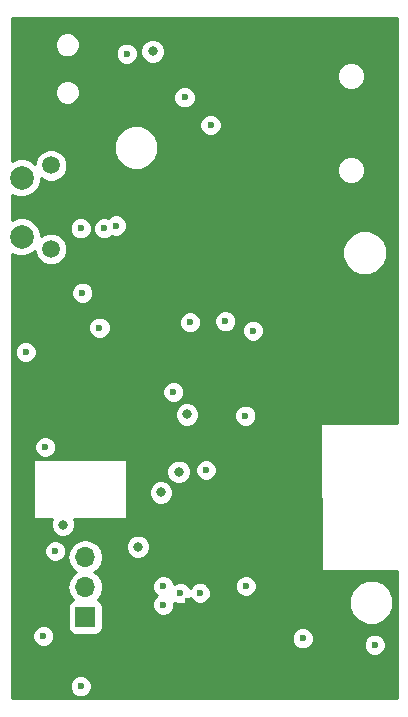
<source format=gbr>
G04 #@! TF.GenerationSoftware,KiCad,Pcbnew,(5.0.1)-rc2*
G04 #@! TF.CreationDate,2019-10-07T13:01:37-07:00*
G04 #@! TF.ProjectId,GPSLogger,4750534C6F676765722E6B696361645F,rev?*
G04 #@! TF.SameCoordinates,Original*
G04 #@! TF.FileFunction,Copper,L3,Inr,Signal*
G04 #@! TF.FilePolarity,Positive*
%FSLAX46Y46*%
G04 Gerber Fmt 4.6, Leading zero omitted, Abs format (unit mm)*
G04 Created by KiCad (PCBNEW (5.0.1)-rc2) date 10/7/2019 1:01:37 PM*
%MOMM*%
%LPD*%
G01*
G04 APERTURE LIST*
G04 #@! TA.AperFunction,ViaPad*
%ADD10C,2.000000*%
G04 #@! TD*
G04 #@! TA.AperFunction,WasherPad*
%ADD11C,1.500000*%
G04 #@! TD*
G04 #@! TA.AperFunction,ViaPad*
%ADD12R,1.700000X1.700000*%
G04 #@! TD*
G04 #@! TA.AperFunction,ViaPad*
%ADD13O,1.700000X1.700000*%
G04 #@! TD*
G04 #@! TA.AperFunction,ViaPad*
%ADD14C,0.600000*%
G04 #@! TD*
G04 #@! TA.AperFunction,ViaPad*
%ADD15C,0.800000*%
G04 #@! TD*
G04 #@! TA.AperFunction,Conductor*
%ADD16C,0.254000*%
G04 #@! TD*
G04 APERTURE END LIST*
D10*
G04 #@! TO.N,Fun_Btn_1_P23*
G04 #@! TO.C,J5*
X132500000Y-77200000D03*
G04 #@! TO.N,Vdd*
X132500000Y-82200000D03*
D11*
G04 #@! TO.N,*
X135000000Y-76160000D03*
X135000000Y-83240000D03*
G04 #@! TD*
D12*
G04 #@! TO.N,Net-(SW1-Pad1)*
G04 #@! TO.C,SW1*
X137900000Y-114400000D03*
D13*
G04 #@! TO.N,/BatteryManagement/Batt+*
X137900000Y-111860000D03*
G04 #@! TO.N,/BatteryManagement/BattInt*
X137900000Y-109320000D03*
G04 #@! TD*
D14*
G04 #@! TO.N,BattRtn*
X145750000Y-103500000D03*
X147000000Y-101750000D03*
X149098000Y-93218000D03*
X147750000Y-91750000D03*
X150750000Y-91750000D03*
X147500000Y-95000000D03*
X150500000Y-95000000D03*
X150750000Y-93250000D03*
X147750000Y-93250000D03*
X149250000Y-91750000D03*
X149000000Y-95000000D03*
X148500000Y-75000000D03*
X147250000Y-66250000D03*
X139500000Y-69500000D03*
X144250000Y-84250000D03*
X141000000Y-100000000D03*
X140750000Y-98000000D03*
X158750000Y-91500000D03*
X154200000Y-95400000D03*
X159600000Y-95800000D03*
X146600000Y-113000000D03*
X145400000Y-106700000D03*
X150800000Y-116300000D03*
X139632765Y-117117235D03*
X145749999Y-98400000D03*
X135100000Y-95900000D03*
X152550000Y-104300000D03*
X152550000Y-100050000D03*
X132500000Y-107000000D03*
D15*
G04 #@! TO.N,BattPwr*
X144300000Y-103850000D03*
X142350000Y-108450000D03*
D14*
G04 #@! TO.N,Fun_Btn_1_P23*
X145350000Y-95350000D03*
X140500000Y-81250000D03*
G04 #@! TO.N,/BatteryManagement/NTC*
X141400000Y-66700000D03*
X146300000Y-70400000D03*
D15*
G04 #@! TO.N,Vdd*
X145804000Y-102108000D03*
X146500000Y-97250000D03*
D14*
X148500000Y-72750000D03*
X137500000Y-120252402D03*
X148115125Y-101943325D03*
X147600000Y-112350000D03*
X132850000Y-91950000D03*
X137650000Y-86950000D03*
X156300000Y-116200000D03*
X146766600Y-89450000D03*
X152100000Y-90150000D03*
X151450000Y-97350000D03*
X134500000Y-100000000D03*
G04 #@! TO.N,Net-(C16-Pad1)*
X134350000Y-116000000D03*
G04 #@! TO.N,LED1_P2*
X135350000Y-108800000D03*
X149750000Y-89350000D03*
X137500000Y-81500000D03*
X139500000Y-81500000D03*
G04 #@! TO.N,ALRT*
X139100000Y-89895400D03*
X144500000Y-111800000D03*
G04 #@! TO.N,Net-(C16-Pad2)*
X162400000Y-116750000D03*
G04 #@! TO.N,/EINK/VDD*
X145950000Y-112400000D03*
G04 #@! TO.N,/EINK/PREVGH*
X151487601Y-111762399D03*
X144500000Y-113350000D03*
D15*
G04 #@! TO.N,/BatteryManagement/Batt+*
X143600000Y-66500000D03*
X136000000Y-106600000D03*
G04 #@! TD*
D16*
G04 #@! TO.N,BattRtn*
G36*
X164290001Y-97951060D02*
X157900000Y-97951060D01*
X157850447Y-97961126D01*
X157809470Y-97988990D01*
X157782276Y-98030415D01*
X157773004Y-98079092D01*
X157873004Y-110379092D01*
X157882667Y-110426661D01*
X157910197Y-110467863D01*
X157951399Y-110495393D01*
X158000000Y-110505060D01*
X164290001Y-110505060D01*
X164290001Y-121290000D01*
X131710000Y-121290000D01*
X131710000Y-120066419D01*
X136565000Y-120066419D01*
X136565000Y-120438385D01*
X136707345Y-120782037D01*
X136970365Y-121045057D01*
X137314017Y-121187402D01*
X137685983Y-121187402D01*
X138029635Y-121045057D01*
X138292655Y-120782037D01*
X138435000Y-120438385D01*
X138435000Y-120066419D01*
X138292655Y-119722767D01*
X138029635Y-119459747D01*
X137685983Y-119317402D01*
X137314017Y-119317402D01*
X136970365Y-119459747D01*
X136707345Y-119722767D01*
X136565000Y-120066419D01*
X131710000Y-120066419D01*
X131710000Y-115814017D01*
X133415000Y-115814017D01*
X133415000Y-116185983D01*
X133557345Y-116529635D01*
X133820365Y-116792655D01*
X134164017Y-116935000D01*
X134535983Y-116935000D01*
X134879635Y-116792655D01*
X135142655Y-116529635D01*
X135285000Y-116185983D01*
X135285000Y-116014017D01*
X155365000Y-116014017D01*
X155365000Y-116385983D01*
X155507345Y-116729635D01*
X155770365Y-116992655D01*
X156114017Y-117135000D01*
X156485983Y-117135000D01*
X156829635Y-116992655D01*
X157092655Y-116729635D01*
X157161256Y-116564017D01*
X161465000Y-116564017D01*
X161465000Y-116935983D01*
X161607345Y-117279635D01*
X161870365Y-117542655D01*
X162214017Y-117685000D01*
X162585983Y-117685000D01*
X162929635Y-117542655D01*
X163192655Y-117279635D01*
X163335000Y-116935983D01*
X163335000Y-116564017D01*
X163192655Y-116220365D01*
X162929635Y-115957345D01*
X162585983Y-115815000D01*
X162214017Y-115815000D01*
X161870365Y-115957345D01*
X161607345Y-116220365D01*
X161465000Y-116564017D01*
X157161256Y-116564017D01*
X157235000Y-116385983D01*
X157235000Y-116014017D01*
X157092655Y-115670365D01*
X156829635Y-115407345D01*
X156485983Y-115265000D01*
X156114017Y-115265000D01*
X155770365Y-115407345D01*
X155507345Y-115670365D01*
X155365000Y-116014017D01*
X135285000Y-116014017D01*
X135285000Y-115814017D01*
X135142655Y-115470365D01*
X134879635Y-115207345D01*
X134535983Y-115065000D01*
X134164017Y-115065000D01*
X133820365Y-115207345D01*
X133557345Y-115470365D01*
X133415000Y-115814017D01*
X131710000Y-115814017D01*
X131710000Y-108614017D01*
X134415000Y-108614017D01*
X134415000Y-108985983D01*
X134557345Y-109329635D01*
X134820365Y-109592655D01*
X135164017Y-109735000D01*
X135535983Y-109735000D01*
X135879635Y-109592655D01*
X136142655Y-109329635D01*
X136146645Y-109320000D01*
X136385908Y-109320000D01*
X136501161Y-109899418D01*
X136829375Y-110390625D01*
X137127761Y-110590000D01*
X136829375Y-110789375D01*
X136501161Y-111280582D01*
X136385908Y-111860000D01*
X136501161Y-112439418D01*
X136829375Y-112930625D01*
X136847619Y-112942816D01*
X136802235Y-112951843D01*
X136592191Y-113092191D01*
X136451843Y-113302235D01*
X136402560Y-113550000D01*
X136402560Y-115250000D01*
X136451843Y-115497765D01*
X136592191Y-115707809D01*
X136802235Y-115848157D01*
X137050000Y-115897440D01*
X138750000Y-115897440D01*
X138997765Y-115848157D01*
X139207809Y-115707809D01*
X139348157Y-115497765D01*
X139397440Y-115250000D01*
X139397440Y-113550000D01*
X139348157Y-113302235D01*
X139207809Y-113092191D01*
X138997765Y-112951843D01*
X138952381Y-112942816D01*
X138970625Y-112930625D01*
X139298839Y-112439418D01*
X139414092Y-111860000D01*
X139365164Y-111614017D01*
X143565000Y-111614017D01*
X143565000Y-111985983D01*
X143707345Y-112329635D01*
X143952710Y-112575000D01*
X143707345Y-112820365D01*
X143565000Y-113164017D01*
X143565000Y-113535983D01*
X143707345Y-113879635D01*
X143970365Y-114142655D01*
X144314017Y-114285000D01*
X144685983Y-114285000D01*
X145029635Y-114142655D01*
X145292655Y-113879635D01*
X145435000Y-113535983D01*
X145435000Y-113198717D01*
X145764017Y-113335000D01*
X146135983Y-113335000D01*
X146479635Y-113192655D01*
X146742655Y-112929635D01*
X146785355Y-112826547D01*
X146807345Y-112879635D01*
X147070365Y-113142655D01*
X147414017Y-113285000D01*
X147785983Y-113285000D01*
X148129635Y-113142655D01*
X148392655Y-112879635D01*
X148435975Y-112775050D01*
X160215000Y-112775050D01*
X160215000Y-113524950D01*
X160501974Y-114217767D01*
X161032233Y-114748026D01*
X161725050Y-115035000D01*
X162474950Y-115035000D01*
X163167767Y-114748026D01*
X163698026Y-114217767D01*
X163985000Y-113524950D01*
X163985000Y-112775050D01*
X163698026Y-112082233D01*
X163167767Y-111551974D01*
X162474950Y-111265000D01*
X161725050Y-111265000D01*
X161032233Y-111551974D01*
X160501974Y-112082233D01*
X160215000Y-112775050D01*
X148435975Y-112775050D01*
X148535000Y-112535983D01*
X148535000Y-112164017D01*
X148392655Y-111820365D01*
X148148706Y-111576416D01*
X150552601Y-111576416D01*
X150552601Y-111948382D01*
X150694946Y-112292034D01*
X150957966Y-112555054D01*
X151301618Y-112697399D01*
X151673584Y-112697399D01*
X152017236Y-112555054D01*
X152280256Y-112292034D01*
X152422601Y-111948382D01*
X152422601Y-111576416D01*
X152280256Y-111232764D01*
X152017236Y-110969744D01*
X151673584Y-110827399D01*
X151301618Y-110827399D01*
X150957966Y-110969744D01*
X150694946Y-111232764D01*
X150552601Y-111576416D01*
X148148706Y-111576416D01*
X148129635Y-111557345D01*
X147785983Y-111415000D01*
X147414017Y-111415000D01*
X147070365Y-111557345D01*
X146807345Y-111820365D01*
X146764645Y-111923453D01*
X146742655Y-111870365D01*
X146479635Y-111607345D01*
X146135983Y-111465000D01*
X145764017Y-111465000D01*
X145430498Y-111603148D01*
X145292655Y-111270365D01*
X145029635Y-111007345D01*
X144685983Y-110865000D01*
X144314017Y-110865000D01*
X143970365Y-111007345D01*
X143707345Y-111270365D01*
X143565000Y-111614017D01*
X139365164Y-111614017D01*
X139298839Y-111280582D01*
X138970625Y-110789375D01*
X138672239Y-110590000D01*
X138970625Y-110390625D01*
X139298839Y-109899418D01*
X139414092Y-109320000D01*
X139298839Y-108740582D01*
X138970625Y-108249375D01*
X138962770Y-108244126D01*
X141315000Y-108244126D01*
X141315000Y-108655874D01*
X141472569Y-109036280D01*
X141763720Y-109327431D01*
X142144126Y-109485000D01*
X142555874Y-109485000D01*
X142936280Y-109327431D01*
X143227431Y-109036280D01*
X143385000Y-108655874D01*
X143385000Y-108244126D01*
X143227431Y-107863720D01*
X142936280Y-107572569D01*
X142555874Y-107415000D01*
X142144126Y-107415000D01*
X141763720Y-107572569D01*
X141472569Y-107863720D01*
X141315000Y-108244126D01*
X138962770Y-108244126D01*
X138479418Y-107921161D01*
X138046256Y-107835000D01*
X137753744Y-107835000D01*
X137320582Y-107921161D01*
X136829375Y-108249375D01*
X136501161Y-108740582D01*
X136385908Y-109320000D01*
X136146645Y-109320000D01*
X136285000Y-108985983D01*
X136285000Y-108614017D01*
X136142655Y-108270365D01*
X135879635Y-108007345D01*
X135535983Y-107865000D01*
X135164017Y-107865000D01*
X134820365Y-108007345D01*
X134557345Y-108270365D01*
X134415000Y-108614017D01*
X131710000Y-108614017D01*
X131710000Y-101110500D01*
X133501597Y-101110500D01*
X133501597Y-106000000D01*
X133511264Y-106048601D01*
X133538794Y-106089803D01*
X133579996Y-106117333D01*
X133628597Y-106127000D01*
X135075647Y-106127000D01*
X134965000Y-106394126D01*
X134965000Y-106805874D01*
X135122569Y-107186280D01*
X135413720Y-107477431D01*
X135794126Y-107635000D01*
X136205874Y-107635000D01*
X136586280Y-107477431D01*
X136877431Y-107186280D01*
X137035000Y-106805874D01*
X137035000Y-106394126D01*
X136924353Y-106127000D01*
X141312097Y-106127000D01*
X141360698Y-106117333D01*
X141401900Y-106089803D01*
X141429430Y-106048601D01*
X141439097Y-106000000D01*
X141439097Y-103644126D01*
X143265000Y-103644126D01*
X143265000Y-104055874D01*
X143422569Y-104436280D01*
X143713720Y-104727431D01*
X144094126Y-104885000D01*
X144505874Y-104885000D01*
X144886280Y-104727431D01*
X145177431Y-104436280D01*
X145335000Y-104055874D01*
X145335000Y-103644126D01*
X145177431Y-103263720D01*
X144886280Y-102972569D01*
X144505874Y-102815000D01*
X144094126Y-102815000D01*
X143713720Y-102972569D01*
X143422569Y-103263720D01*
X143265000Y-103644126D01*
X141439097Y-103644126D01*
X141439097Y-101902126D01*
X144769000Y-101902126D01*
X144769000Y-102313874D01*
X144926569Y-102694280D01*
X145217720Y-102985431D01*
X145598126Y-103143000D01*
X146009874Y-103143000D01*
X146390280Y-102985431D01*
X146681431Y-102694280D01*
X146839000Y-102313874D01*
X146839000Y-101902126D01*
X146779029Y-101757342D01*
X147180125Y-101757342D01*
X147180125Y-102129308D01*
X147322470Y-102472960D01*
X147585490Y-102735980D01*
X147929142Y-102878325D01*
X148301108Y-102878325D01*
X148644760Y-102735980D01*
X148907780Y-102472960D01*
X149050125Y-102129308D01*
X149050125Y-101757342D01*
X148907780Y-101413690D01*
X148644760Y-101150670D01*
X148301108Y-101008325D01*
X147929142Y-101008325D01*
X147585490Y-101150670D01*
X147322470Y-101413690D01*
X147180125Y-101757342D01*
X146779029Y-101757342D01*
X146681431Y-101521720D01*
X146390280Y-101230569D01*
X146009874Y-101073000D01*
X145598126Y-101073000D01*
X145217720Y-101230569D01*
X144926569Y-101521720D01*
X144769000Y-101902126D01*
X141439097Y-101902126D01*
X141439097Y-101110500D01*
X141429430Y-101061899D01*
X141401900Y-101020697D01*
X141360698Y-100993167D01*
X141312097Y-100983500D01*
X133628597Y-100983500D01*
X133579996Y-100993167D01*
X133538794Y-101020697D01*
X133511264Y-101061899D01*
X133501597Y-101110500D01*
X131710000Y-101110500D01*
X131710000Y-99814017D01*
X133565000Y-99814017D01*
X133565000Y-100185983D01*
X133707345Y-100529635D01*
X133970365Y-100792655D01*
X134314017Y-100935000D01*
X134685983Y-100935000D01*
X135029635Y-100792655D01*
X135292655Y-100529635D01*
X135435000Y-100185983D01*
X135435000Y-99814017D01*
X135292655Y-99470365D01*
X135029635Y-99207345D01*
X134685983Y-99065000D01*
X134314017Y-99065000D01*
X133970365Y-99207345D01*
X133707345Y-99470365D01*
X133565000Y-99814017D01*
X131710000Y-99814017D01*
X131710000Y-97044126D01*
X145465000Y-97044126D01*
X145465000Y-97455874D01*
X145622569Y-97836280D01*
X145913720Y-98127431D01*
X146294126Y-98285000D01*
X146705874Y-98285000D01*
X147086280Y-98127431D01*
X147377431Y-97836280D01*
X147535000Y-97455874D01*
X147535000Y-97164017D01*
X150515000Y-97164017D01*
X150515000Y-97535983D01*
X150657345Y-97879635D01*
X150920365Y-98142655D01*
X151264017Y-98285000D01*
X151635983Y-98285000D01*
X151979635Y-98142655D01*
X152242655Y-97879635D01*
X152385000Y-97535983D01*
X152385000Y-97164017D01*
X152242655Y-96820365D01*
X151979635Y-96557345D01*
X151635983Y-96415000D01*
X151264017Y-96415000D01*
X150920365Y-96557345D01*
X150657345Y-96820365D01*
X150515000Y-97164017D01*
X147535000Y-97164017D01*
X147535000Y-97044126D01*
X147377431Y-96663720D01*
X147086280Y-96372569D01*
X146705874Y-96215000D01*
X146294126Y-96215000D01*
X145913720Y-96372569D01*
X145622569Y-96663720D01*
X145465000Y-97044126D01*
X131710000Y-97044126D01*
X131710000Y-95164017D01*
X144415000Y-95164017D01*
X144415000Y-95535983D01*
X144557345Y-95879635D01*
X144820365Y-96142655D01*
X145164017Y-96285000D01*
X145535983Y-96285000D01*
X145879635Y-96142655D01*
X146142655Y-95879635D01*
X146285000Y-95535983D01*
X146285000Y-95164017D01*
X146142655Y-94820365D01*
X145879635Y-94557345D01*
X145535983Y-94415000D01*
X145164017Y-94415000D01*
X144820365Y-94557345D01*
X144557345Y-94820365D01*
X144415000Y-95164017D01*
X131710000Y-95164017D01*
X131710000Y-91764017D01*
X131915000Y-91764017D01*
X131915000Y-92135983D01*
X132057345Y-92479635D01*
X132320365Y-92742655D01*
X132664017Y-92885000D01*
X133035983Y-92885000D01*
X133379635Y-92742655D01*
X133642655Y-92479635D01*
X133785000Y-92135983D01*
X133785000Y-91764017D01*
X133642655Y-91420365D01*
X133379635Y-91157345D01*
X133035983Y-91015000D01*
X132664017Y-91015000D01*
X132320365Y-91157345D01*
X132057345Y-91420365D01*
X131915000Y-91764017D01*
X131710000Y-91764017D01*
X131710000Y-89709417D01*
X138165000Y-89709417D01*
X138165000Y-90081383D01*
X138307345Y-90425035D01*
X138570365Y-90688055D01*
X138914017Y-90830400D01*
X139285983Y-90830400D01*
X139629635Y-90688055D01*
X139892655Y-90425035D01*
X140035000Y-90081383D01*
X140035000Y-89709417D01*
X139892655Y-89365765D01*
X139790907Y-89264017D01*
X145831600Y-89264017D01*
X145831600Y-89635983D01*
X145973945Y-89979635D01*
X146236965Y-90242655D01*
X146580617Y-90385000D01*
X146952583Y-90385000D01*
X147296235Y-90242655D01*
X147559255Y-89979635D01*
X147701600Y-89635983D01*
X147701600Y-89264017D01*
X147660179Y-89164017D01*
X148815000Y-89164017D01*
X148815000Y-89535983D01*
X148957345Y-89879635D01*
X149220365Y-90142655D01*
X149564017Y-90285000D01*
X149935983Y-90285000D01*
X150279635Y-90142655D01*
X150458273Y-89964017D01*
X151165000Y-89964017D01*
X151165000Y-90335983D01*
X151307345Y-90679635D01*
X151570365Y-90942655D01*
X151914017Y-91085000D01*
X152285983Y-91085000D01*
X152629635Y-90942655D01*
X152892655Y-90679635D01*
X153035000Y-90335983D01*
X153035000Y-89964017D01*
X152892655Y-89620365D01*
X152629635Y-89357345D01*
X152285983Y-89215000D01*
X151914017Y-89215000D01*
X151570365Y-89357345D01*
X151307345Y-89620365D01*
X151165000Y-89964017D01*
X150458273Y-89964017D01*
X150542655Y-89879635D01*
X150685000Y-89535983D01*
X150685000Y-89164017D01*
X150542655Y-88820365D01*
X150279635Y-88557345D01*
X149935983Y-88415000D01*
X149564017Y-88415000D01*
X149220365Y-88557345D01*
X148957345Y-88820365D01*
X148815000Y-89164017D01*
X147660179Y-89164017D01*
X147559255Y-88920365D01*
X147296235Y-88657345D01*
X146952583Y-88515000D01*
X146580617Y-88515000D01*
X146236965Y-88657345D01*
X145973945Y-88920365D01*
X145831600Y-89264017D01*
X139790907Y-89264017D01*
X139629635Y-89102745D01*
X139285983Y-88960400D01*
X138914017Y-88960400D01*
X138570365Y-89102745D01*
X138307345Y-89365765D01*
X138165000Y-89709417D01*
X131710000Y-89709417D01*
X131710000Y-86764017D01*
X136715000Y-86764017D01*
X136715000Y-87135983D01*
X136857345Y-87479635D01*
X137120365Y-87742655D01*
X137464017Y-87885000D01*
X137835983Y-87885000D01*
X138179635Y-87742655D01*
X138442655Y-87479635D01*
X138585000Y-87135983D01*
X138585000Y-86764017D01*
X138442655Y-86420365D01*
X138179635Y-86157345D01*
X137835983Y-86015000D01*
X137464017Y-86015000D01*
X137120365Y-86157345D01*
X136857345Y-86420365D01*
X136715000Y-86764017D01*
X131710000Y-86764017D01*
X131710000Y-83642482D01*
X132174778Y-83835000D01*
X132825222Y-83835000D01*
X133426153Y-83586086D01*
X133615000Y-83397239D01*
X133615000Y-83515494D01*
X133825853Y-84024540D01*
X134215460Y-84414147D01*
X134724506Y-84625000D01*
X135275494Y-84625000D01*
X135784540Y-84414147D01*
X136174147Y-84024540D01*
X136385000Y-83515494D01*
X136385000Y-83175050D01*
X159665000Y-83175050D01*
X159665000Y-83924950D01*
X159951974Y-84617767D01*
X160482233Y-85148026D01*
X161175050Y-85435000D01*
X161924950Y-85435000D01*
X162617767Y-85148026D01*
X163148026Y-84617767D01*
X163435000Y-83924950D01*
X163435000Y-83175050D01*
X163148026Y-82482233D01*
X162617767Y-81951974D01*
X161924950Y-81665000D01*
X161175050Y-81665000D01*
X160482233Y-81951974D01*
X159951974Y-82482233D01*
X159665000Y-83175050D01*
X136385000Y-83175050D01*
X136385000Y-82964506D01*
X136174147Y-82455460D01*
X135784540Y-82065853D01*
X135275494Y-81855000D01*
X134724506Y-81855000D01*
X134215460Y-82065853D01*
X134135000Y-82146313D01*
X134135000Y-81874778D01*
X133902725Y-81314017D01*
X136565000Y-81314017D01*
X136565000Y-81685983D01*
X136707345Y-82029635D01*
X136970365Y-82292655D01*
X137314017Y-82435000D01*
X137685983Y-82435000D01*
X138029635Y-82292655D01*
X138292655Y-82029635D01*
X138435000Y-81685983D01*
X138435000Y-81314017D01*
X138565000Y-81314017D01*
X138565000Y-81685983D01*
X138707345Y-82029635D01*
X138970365Y-82292655D01*
X139314017Y-82435000D01*
X139685983Y-82435000D01*
X140029635Y-82292655D01*
X140189052Y-82133238D01*
X140314017Y-82185000D01*
X140685983Y-82185000D01*
X141029635Y-82042655D01*
X141292655Y-81779635D01*
X141435000Y-81435983D01*
X141435000Y-81064017D01*
X141292655Y-80720365D01*
X141029635Y-80457345D01*
X140685983Y-80315000D01*
X140314017Y-80315000D01*
X139970365Y-80457345D01*
X139810948Y-80616762D01*
X139685983Y-80565000D01*
X139314017Y-80565000D01*
X138970365Y-80707345D01*
X138707345Y-80970365D01*
X138565000Y-81314017D01*
X138435000Y-81314017D01*
X138292655Y-80970365D01*
X138029635Y-80707345D01*
X137685983Y-80565000D01*
X137314017Y-80565000D01*
X136970365Y-80707345D01*
X136707345Y-80970365D01*
X136565000Y-81314017D01*
X133902725Y-81314017D01*
X133886086Y-81273847D01*
X133426153Y-80813914D01*
X132825222Y-80565000D01*
X132174778Y-80565000D01*
X131710000Y-80757518D01*
X131710000Y-78642482D01*
X132174778Y-78835000D01*
X132825222Y-78835000D01*
X133426153Y-78586086D01*
X133886086Y-78126153D01*
X134135000Y-77525222D01*
X134135000Y-77253687D01*
X134215460Y-77334147D01*
X134724506Y-77545000D01*
X135275494Y-77545000D01*
X135784540Y-77334147D01*
X136174147Y-76944540D01*
X136385000Y-76435494D01*
X136385000Y-75884506D01*
X136174147Y-75375460D01*
X135784540Y-74985853D01*
X135275494Y-74775000D01*
X134724506Y-74775000D01*
X134215460Y-74985853D01*
X133825853Y-75375460D01*
X133615000Y-75884506D01*
X133615000Y-76002761D01*
X133426153Y-75813914D01*
X132825222Y-75565000D01*
X132174778Y-75565000D01*
X131710000Y-75757518D01*
X131710000Y-74275050D01*
X140315000Y-74275050D01*
X140315000Y-75024950D01*
X140601974Y-75717767D01*
X141132233Y-76248026D01*
X141825050Y-76535000D01*
X142574950Y-76535000D01*
X143088480Y-76322289D01*
X159191000Y-76322289D01*
X159191000Y-76793711D01*
X159371405Y-77229249D01*
X159704751Y-77562595D01*
X160140289Y-77743000D01*
X160611711Y-77743000D01*
X161047249Y-77562595D01*
X161380595Y-77229249D01*
X161561000Y-76793711D01*
X161561000Y-76322289D01*
X161380595Y-75886751D01*
X161047249Y-75553405D01*
X160611711Y-75373000D01*
X160140289Y-75373000D01*
X159704751Y-75553405D01*
X159371405Y-75886751D01*
X159191000Y-76322289D01*
X143088480Y-76322289D01*
X143267767Y-76248026D01*
X143798026Y-75717767D01*
X144085000Y-75024950D01*
X144085000Y-74275050D01*
X143798026Y-73582233D01*
X143267767Y-73051974D01*
X142574950Y-72765000D01*
X141825050Y-72765000D01*
X141132233Y-73051974D01*
X140601974Y-73582233D01*
X140315000Y-74275050D01*
X131710000Y-74275050D01*
X131710000Y-72564017D01*
X147565000Y-72564017D01*
X147565000Y-72935983D01*
X147707345Y-73279635D01*
X147970365Y-73542655D01*
X148314017Y-73685000D01*
X148685983Y-73685000D01*
X149029635Y-73542655D01*
X149292655Y-73279635D01*
X149435000Y-72935983D01*
X149435000Y-72564017D01*
X149292655Y-72220365D01*
X149029635Y-71957345D01*
X148685983Y-71815000D01*
X148314017Y-71815000D01*
X147970365Y-71957345D01*
X147707345Y-72220365D01*
X147565000Y-72564017D01*
X131710000Y-72564017D01*
X131710000Y-69751153D01*
X135320000Y-69751153D01*
X135320000Y-70172847D01*
X135481375Y-70562442D01*
X135779558Y-70860625D01*
X136169153Y-71022000D01*
X136590847Y-71022000D01*
X136980442Y-70860625D01*
X137278625Y-70562442D01*
X137422946Y-70214017D01*
X145365000Y-70214017D01*
X145365000Y-70585983D01*
X145507345Y-70929635D01*
X145770365Y-71192655D01*
X146114017Y-71335000D01*
X146485983Y-71335000D01*
X146829635Y-71192655D01*
X147092655Y-70929635D01*
X147235000Y-70585983D01*
X147235000Y-70214017D01*
X147092655Y-69870365D01*
X146829635Y-69607345D01*
X146485983Y-69465000D01*
X146114017Y-69465000D01*
X145770365Y-69607345D01*
X145507345Y-69870365D01*
X145365000Y-70214017D01*
X137422946Y-70214017D01*
X137440000Y-70172847D01*
X137440000Y-69751153D01*
X137278625Y-69361558D01*
X136980442Y-69063375D01*
X136590847Y-68902000D01*
X136169153Y-68902000D01*
X135779558Y-69063375D01*
X135481375Y-69361558D01*
X135320000Y-69751153D01*
X131710000Y-69751153D01*
X131710000Y-68342289D01*
X159191000Y-68342289D01*
X159191000Y-68813711D01*
X159371405Y-69249249D01*
X159704751Y-69582595D01*
X160140289Y-69763000D01*
X160611711Y-69763000D01*
X161047249Y-69582595D01*
X161380595Y-69249249D01*
X161561000Y-68813711D01*
X161561000Y-68342289D01*
X161380595Y-67906751D01*
X161047249Y-67573405D01*
X160611711Y-67393000D01*
X160140289Y-67393000D01*
X159704751Y-67573405D01*
X159371405Y-67906751D01*
X159191000Y-68342289D01*
X131710000Y-68342289D01*
X131710000Y-65751153D01*
X135320000Y-65751153D01*
X135320000Y-66172847D01*
X135481375Y-66562442D01*
X135779558Y-66860625D01*
X136169153Y-67022000D01*
X136590847Y-67022000D01*
X136980442Y-66860625D01*
X137278625Y-66562442D01*
X137298683Y-66514017D01*
X140465000Y-66514017D01*
X140465000Y-66885983D01*
X140607345Y-67229635D01*
X140870365Y-67492655D01*
X141214017Y-67635000D01*
X141585983Y-67635000D01*
X141929635Y-67492655D01*
X142192655Y-67229635D01*
X142335000Y-66885983D01*
X142335000Y-66514017D01*
X142243919Y-66294126D01*
X142565000Y-66294126D01*
X142565000Y-66705874D01*
X142722569Y-67086280D01*
X143013720Y-67377431D01*
X143394126Y-67535000D01*
X143805874Y-67535000D01*
X144186280Y-67377431D01*
X144477431Y-67086280D01*
X144635000Y-66705874D01*
X144635000Y-66294126D01*
X144477431Y-65913720D01*
X144186280Y-65622569D01*
X143805874Y-65465000D01*
X143394126Y-65465000D01*
X143013720Y-65622569D01*
X142722569Y-65913720D01*
X142565000Y-66294126D01*
X142243919Y-66294126D01*
X142192655Y-66170365D01*
X141929635Y-65907345D01*
X141585983Y-65765000D01*
X141214017Y-65765000D01*
X140870365Y-65907345D01*
X140607345Y-66170365D01*
X140465000Y-66514017D01*
X137298683Y-66514017D01*
X137440000Y-66172847D01*
X137440000Y-65751153D01*
X137278625Y-65361558D01*
X136980442Y-65063375D01*
X136590847Y-64902000D01*
X136169153Y-64902000D01*
X135779558Y-65063375D01*
X135481375Y-65361558D01*
X135320000Y-65751153D01*
X131710000Y-65751153D01*
X131710000Y-63710000D01*
X164290000Y-63710000D01*
X164290001Y-97951060D01*
X164290001Y-97951060D01*
G37*
X164290001Y-97951060D02*
X157900000Y-97951060D01*
X157850447Y-97961126D01*
X157809470Y-97988990D01*
X157782276Y-98030415D01*
X157773004Y-98079092D01*
X157873004Y-110379092D01*
X157882667Y-110426661D01*
X157910197Y-110467863D01*
X157951399Y-110495393D01*
X158000000Y-110505060D01*
X164290001Y-110505060D01*
X164290001Y-121290000D01*
X131710000Y-121290000D01*
X131710000Y-120066419D01*
X136565000Y-120066419D01*
X136565000Y-120438385D01*
X136707345Y-120782037D01*
X136970365Y-121045057D01*
X137314017Y-121187402D01*
X137685983Y-121187402D01*
X138029635Y-121045057D01*
X138292655Y-120782037D01*
X138435000Y-120438385D01*
X138435000Y-120066419D01*
X138292655Y-119722767D01*
X138029635Y-119459747D01*
X137685983Y-119317402D01*
X137314017Y-119317402D01*
X136970365Y-119459747D01*
X136707345Y-119722767D01*
X136565000Y-120066419D01*
X131710000Y-120066419D01*
X131710000Y-115814017D01*
X133415000Y-115814017D01*
X133415000Y-116185983D01*
X133557345Y-116529635D01*
X133820365Y-116792655D01*
X134164017Y-116935000D01*
X134535983Y-116935000D01*
X134879635Y-116792655D01*
X135142655Y-116529635D01*
X135285000Y-116185983D01*
X135285000Y-116014017D01*
X155365000Y-116014017D01*
X155365000Y-116385983D01*
X155507345Y-116729635D01*
X155770365Y-116992655D01*
X156114017Y-117135000D01*
X156485983Y-117135000D01*
X156829635Y-116992655D01*
X157092655Y-116729635D01*
X157161256Y-116564017D01*
X161465000Y-116564017D01*
X161465000Y-116935983D01*
X161607345Y-117279635D01*
X161870365Y-117542655D01*
X162214017Y-117685000D01*
X162585983Y-117685000D01*
X162929635Y-117542655D01*
X163192655Y-117279635D01*
X163335000Y-116935983D01*
X163335000Y-116564017D01*
X163192655Y-116220365D01*
X162929635Y-115957345D01*
X162585983Y-115815000D01*
X162214017Y-115815000D01*
X161870365Y-115957345D01*
X161607345Y-116220365D01*
X161465000Y-116564017D01*
X157161256Y-116564017D01*
X157235000Y-116385983D01*
X157235000Y-116014017D01*
X157092655Y-115670365D01*
X156829635Y-115407345D01*
X156485983Y-115265000D01*
X156114017Y-115265000D01*
X155770365Y-115407345D01*
X155507345Y-115670365D01*
X155365000Y-116014017D01*
X135285000Y-116014017D01*
X135285000Y-115814017D01*
X135142655Y-115470365D01*
X134879635Y-115207345D01*
X134535983Y-115065000D01*
X134164017Y-115065000D01*
X133820365Y-115207345D01*
X133557345Y-115470365D01*
X133415000Y-115814017D01*
X131710000Y-115814017D01*
X131710000Y-108614017D01*
X134415000Y-108614017D01*
X134415000Y-108985983D01*
X134557345Y-109329635D01*
X134820365Y-109592655D01*
X135164017Y-109735000D01*
X135535983Y-109735000D01*
X135879635Y-109592655D01*
X136142655Y-109329635D01*
X136146645Y-109320000D01*
X136385908Y-109320000D01*
X136501161Y-109899418D01*
X136829375Y-110390625D01*
X137127761Y-110590000D01*
X136829375Y-110789375D01*
X136501161Y-111280582D01*
X136385908Y-111860000D01*
X136501161Y-112439418D01*
X136829375Y-112930625D01*
X136847619Y-112942816D01*
X136802235Y-112951843D01*
X136592191Y-113092191D01*
X136451843Y-113302235D01*
X136402560Y-113550000D01*
X136402560Y-115250000D01*
X136451843Y-115497765D01*
X136592191Y-115707809D01*
X136802235Y-115848157D01*
X137050000Y-115897440D01*
X138750000Y-115897440D01*
X138997765Y-115848157D01*
X139207809Y-115707809D01*
X139348157Y-115497765D01*
X139397440Y-115250000D01*
X139397440Y-113550000D01*
X139348157Y-113302235D01*
X139207809Y-113092191D01*
X138997765Y-112951843D01*
X138952381Y-112942816D01*
X138970625Y-112930625D01*
X139298839Y-112439418D01*
X139414092Y-111860000D01*
X139365164Y-111614017D01*
X143565000Y-111614017D01*
X143565000Y-111985983D01*
X143707345Y-112329635D01*
X143952710Y-112575000D01*
X143707345Y-112820365D01*
X143565000Y-113164017D01*
X143565000Y-113535983D01*
X143707345Y-113879635D01*
X143970365Y-114142655D01*
X144314017Y-114285000D01*
X144685983Y-114285000D01*
X145029635Y-114142655D01*
X145292655Y-113879635D01*
X145435000Y-113535983D01*
X145435000Y-113198717D01*
X145764017Y-113335000D01*
X146135983Y-113335000D01*
X146479635Y-113192655D01*
X146742655Y-112929635D01*
X146785355Y-112826547D01*
X146807345Y-112879635D01*
X147070365Y-113142655D01*
X147414017Y-113285000D01*
X147785983Y-113285000D01*
X148129635Y-113142655D01*
X148392655Y-112879635D01*
X148435975Y-112775050D01*
X160215000Y-112775050D01*
X160215000Y-113524950D01*
X160501974Y-114217767D01*
X161032233Y-114748026D01*
X161725050Y-115035000D01*
X162474950Y-115035000D01*
X163167767Y-114748026D01*
X163698026Y-114217767D01*
X163985000Y-113524950D01*
X163985000Y-112775050D01*
X163698026Y-112082233D01*
X163167767Y-111551974D01*
X162474950Y-111265000D01*
X161725050Y-111265000D01*
X161032233Y-111551974D01*
X160501974Y-112082233D01*
X160215000Y-112775050D01*
X148435975Y-112775050D01*
X148535000Y-112535983D01*
X148535000Y-112164017D01*
X148392655Y-111820365D01*
X148148706Y-111576416D01*
X150552601Y-111576416D01*
X150552601Y-111948382D01*
X150694946Y-112292034D01*
X150957966Y-112555054D01*
X151301618Y-112697399D01*
X151673584Y-112697399D01*
X152017236Y-112555054D01*
X152280256Y-112292034D01*
X152422601Y-111948382D01*
X152422601Y-111576416D01*
X152280256Y-111232764D01*
X152017236Y-110969744D01*
X151673584Y-110827399D01*
X151301618Y-110827399D01*
X150957966Y-110969744D01*
X150694946Y-111232764D01*
X150552601Y-111576416D01*
X148148706Y-111576416D01*
X148129635Y-111557345D01*
X147785983Y-111415000D01*
X147414017Y-111415000D01*
X147070365Y-111557345D01*
X146807345Y-111820365D01*
X146764645Y-111923453D01*
X146742655Y-111870365D01*
X146479635Y-111607345D01*
X146135983Y-111465000D01*
X145764017Y-111465000D01*
X145430498Y-111603148D01*
X145292655Y-111270365D01*
X145029635Y-111007345D01*
X144685983Y-110865000D01*
X144314017Y-110865000D01*
X143970365Y-111007345D01*
X143707345Y-111270365D01*
X143565000Y-111614017D01*
X139365164Y-111614017D01*
X139298839Y-111280582D01*
X138970625Y-110789375D01*
X138672239Y-110590000D01*
X138970625Y-110390625D01*
X139298839Y-109899418D01*
X139414092Y-109320000D01*
X139298839Y-108740582D01*
X138970625Y-108249375D01*
X138962770Y-108244126D01*
X141315000Y-108244126D01*
X141315000Y-108655874D01*
X141472569Y-109036280D01*
X141763720Y-109327431D01*
X142144126Y-109485000D01*
X142555874Y-109485000D01*
X142936280Y-109327431D01*
X143227431Y-109036280D01*
X143385000Y-108655874D01*
X143385000Y-108244126D01*
X143227431Y-107863720D01*
X142936280Y-107572569D01*
X142555874Y-107415000D01*
X142144126Y-107415000D01*
X141763720Y-107572569D01*
X141472569Y-107863720D01*
X141315000Y-108244126D01*
X138962770Y-108244126D01*
X138479418Y-107921161D01*
X138046256Y-107835000D01*
X137753744Y-107835000D01*
X137320582Y-107921161D01*
X136829375Y-108249375D01*
X136501161Y-108740582D01*
X136385908Y-109320000D01*
X136146645Y-109320000D01*
X136285000Y-108985983D01*
X136285000Y-108614017D01*
X136142655Y-108270365D01*
X135879635Y-108007345D01*
X135535983Y-107865000D01*
X135164017Y-107865000D01*
X134820365Y-108007345D01*
X134557345Y-108270365D01*
X134415000Y-108614017D01*
X131710000Y-108614017D01*
X131710000Y-101110500D01*
X133501597Y-101110500D01*
X133501597Y-106000000D01*
X133511264Y-106048601D01*
X133538794Y-106089803D01*
X133579996Y-106117333D01*
X133628597Y-106127000D01*
X135075647Y-106127000D01*
X134965000Y-106394126D01*
X134965000Y-106805874D01*
X135122569Y-107186280D01*
X135413720Y-107477431D01*
X135794126Y-107635000D01*
X136205874Y-107635000D01*
X136586280Y-107477431D01*
X136877431Y-107186280D01*
X137035000Y-106805874D01*
X137035000Y-106394126D01*
X136924353Y-106127000D01*
X141312097Y-106127000D01*
X141360698Y-106117333D01*
X141401900Y-106089803D01*
X141429430Y-106048601D01*
X141439097Y-106000000D01*
X141439097Y-103644126D01*
X143265000Y-103644126D01*
X143265000Y-104055874D01*
X143422569Y-104436280D01*
X143713720Y-104727431D01*
X144094126Y-104885000D01*
X144505874Y-104885000D01*
X144886280Y-104727431D01*
X145177431Y-104436280D01*
X145335000Y-104055874D01*
X145335000Y-103644126D01*
X145177431Y-103263720D01*
X144886280Y-102972569D01*
X144505874Y-102815000D01*
X144094126Y-102815000D01*
X143713720Y-102972569D01*
X143422569Y-103263720D01*
X143265000Y-103644126D01*
X141439097Y-103644126D01*
X141439097Y-101902126D01*
X144769000Y-101902126D01*
X144769000Y-102313874D01*
X144926569Y-102694280D01*
X145217720Y-102985431D01*
X145598126Y-103143000D01*
X146009874Y-103143000D01*
X146390280Y-102985431D01*
X146681431Y-102694280D01*
X146839000Y-102313874D01*
X146839000Y-101902126D01*
X146779029Y-101757342D01*
X147180125Y-101757342D01*
X147180125Y-102129308D01*
X147322470Y-102472960D01*
X147585490Y-102735980D01*
X147929142Y-102878325D01*
X148301108Y-102878325D01*
X148644760Y-102735980D01*
X148907780Y-102472960D01*
X149050125Y-102129308D01*
X149050125Y-101757342D01*
X148907780Y-101413690D01*
X148644760Y-101150670D01*
X148301108Y-101008325D01*
X147929142Y-101008325D01*
X147585490Y-101150670D01*
X147322470Y-101413690D01*
X147180125Y-101757342D01*
X146779029Y-101757342D01*
X146681431Y-101521720D01*
X146390280Y-101230569D01*
X146009874Y-101073000D01*
X145598126Y-101073000D01*
X145217720Y-101230569D01*
X144926569Y-101521720D01*
X144769000Y-101902126D01*
X141439097Y-101902126D01*
X141439097Y-101110500D01*
X141429430Y-101061899D01*
X141401900Y-101020697D01*
X141360698Y-100993167D01*
X141312097Y-100983500D01*
X133628597Y-100983500D01*
X133579996Y-100993167D01*
X133538794Y-101020697D01*
X133511264Y-101061899D01*
X133501597Y-101110500D01*
X131710000Y-101110500D01*
X131710000Y-99814017D01*
X133565000Y-99814017D01*
X133565000Y-100185983D01*
X133707345Y-100529635D01*
X133970365Y-100792655D01*
X134314017Y-100935000D01*
X134685983Y-100935000D01*
X135029635Y-100792655D01*
X135292655Y-100529635D01*
X135435000Y-100185983D01*
X135435000Y-99814017D01*
X135292655Y-99470365D01*
X135029635Y-99207345D01*
X134685983Y-99065000D01*
X134314017Y-99065000D01*
X133970365Y-99207345D01*
X133707345Y-99470365D01*
X133565000Y-99814017D01*
X131710000Y-99814017D01*
X131710000Y-97044126D01*
X145465000Y-97044126D01*
X145465000Y-97455874D01*
X145622569Y-97836280D01*
X145913720Y-98127431D01*
X146294126Y-98285000D01*
X146705874Y-98285000D01*
X147086280Y-98127431D01*
X147377431Y-97836280D01*
X147535000Y-97455874D01*
X147535000Y-97164017D01*
X150515000Y-97164017D01*
X150515000Y-97535983D01*
X150657345Y-97879635D01*
X150920365Y-98142655D01*
X151264017Y-98285000D01*
X151635983Y-98285000D01*
X151979635Y-98142655D01*
X152242655Y-97879635D01*
X152385000Y-97535983D01*
X152385000Y-97164017D01*
X152242655Y-96820365D01*
X151979635Y-96557345D01*
X151635983Y-96415000D01*
X151264017Y-96415000D01*
X150920365Y-96557345D01*
X150657345Y-96820365D01*
X150515000Y-97164017D01*
X147535000Y-97164017D01*
X147535000Y-97044126D01*
X147377431Y-96663720D01*
X147086280Y-96372569D01*
X146705874Y-96215000D01*
X146294126Y-96215000D01*
X145913720Y-96372569D01*
X145622569Y-96663720D01*
X145465000Y-97044126D01*
X131710000Y-97044126D01*
X131710000Y-95164017D01*
X144415000Y-95164017D01*
X144415000Y-95535983D01*
X144557345Y-95879635D01*
X144820365Y-96142655D01*
X145164017Y-96285000D01*
X145535983Y-96285000D01*
X145879635Y-96142655D01*
X146142655Y-95879635D01*
X146285000Y-95535983D01*
X146285000Y-95164017D01*
X146142655Y-94820365D01*
X145879635Y-94557345D01*
X145535983Y-94415000D01*
X145164017Y-94415000D01*
X144820365Y-94557345D01*
X144557345Y-94820365D01*
X144415000Y-95164017D01*
X131710000Y-95164017D01*
X131710000Y-91764017D01*
X131915000Y-91764017D01*
X131915000Y-92135983D01*
X132057345Y-92479635D01*
X132320365Y-92742655D01*
X132664017Y-92885000D01*
X133035983Y-92885000D01*
X133379635Y-92742655D01*
X133642655Y-92479635D01*
X133785000Y-92135983D01*
X133785000Y-91764017D01*
X133642655Y-91420365D01*
X133379635Y-91157345D01*
X133035983Y-91015000D01*
X132664017Y-91015000D01*
X132320365Y-91157345D01*
X132057345Y-91420365D01*
X131915000Y-91764017D01*
X131710000Y-91764017D01*
X131710000Y-89709417D01*
X138165000Y-89709417D01*
X138165000Y-90081383D01*
X138307345Y-90425035D01*
X138570365Y-90688055D01*
X138914017Y-90830400D01*
X139285983Y-90830400D01*
X139629635Y-90688055D01*
X139892655Y-90425035D01*
X140035000Y-90081383D01*
X140035000Y-89709417D01*
X139892655Y-89365765D01*
X139790907Y-89264017D01*
X145831600Y-89264017D01*
X145831600Y-89635983D01*
X145973945Y-89979635D01*
X146236965Y-90242655D01*
X146580617Y-90385000D01*
X146952583Y-90385000D01*
X147296235Y-90242655D01*
X147559255Y-89979635D01*
X147701600Y-89635983D01*
X147701600Y-89264017D01*
X147660179Y-89164017D01*
X148815000Y-89164017D01*
X148815000Y-89535983D01*
X148957345Y-89879635D01*
X149220365Y-90142655D01*
X149564017Y-90285000D01*
X149935983Y-90285000D01*
X150279635Y-90142655D01*
X150458273Y-89964017D01*
X151165000Y-89964017D01*
X151165000Y-90335983D01*
X151307345Y-90679635D01*
X151570365Y-90942655D01*
X151914017Y-91085000D01*
X152285983Y-91085000D01*
X152629635Y-90942655D01*
X152892655Y-90679635D01*
X153035000Y-90335983D01*
X153035000Y-89964017D01*
X152892655Y-89620365D01*
X152629635Y-89357345D01*
X152285983Y-89215000D01*
X151914017Y-89215000D01*
X151570365Y-89357345D01*
X151307345Y-89620365D01*
X151165000Y-89964017D01*
X150458273Y-89964017D01*
X150542655Y-89879635D01*
X150685000Y-89535983D01*
X150685000Y-89164017D01*
X150542655Y-88820365D01*
X150279635Y-88557345D01*
X149935983Y-88415000D01*
X149564017Y-88415000D01*
X149220365Y-88557345D01*
X148957345Y-88820365D01*
X148815000Y-89164017D01*
X147660179Y-89164017D01*
X147559255Y-88920365D01*
X147296235Y-88657345D01*
X146952583Y-88515000D01*
X146580617Y-88515000D01*
X146236965Y-88657345D01*
X145973945Y-88920365D01*
X145831600Y-89264017D01*
X139790907Y-89264017D01*
X139629635Y-89102745D01*
X139285983Y-88960400D01*
X138914017Y-88960400D01*
X138570365Y-89102745D01*
X138307345Y-89365765D01*
X138165000Y-89709417D01*
X131710000Y-89709417D01*
X131710000Y-86764017D01*
X136715000Y-86764017D01*
X136715000Y-87135983D01*
X136857345Y-87479635D01*
X137120365Y-87742655D01*
X137464017Y-87885000D01*
X137835983Y-87885000D01*
X138179635Y-87742655D01*
X138442655Y-87479635D01*
X138585000Y-87135983D01*
X138585000Y-86764017D01*
X138442655Y-86420365D01*
X138179635Y-86157345D01*
X137835983Y-86015000D01*
X137464017Y-86015000D01*
X137120365Y-86157345D01*
X136857345Y-86420365D01*
X136715000Y-86764017D01*
X131710000Y-86764017D01*
X131710000Y-83642482D01*
X132174778Y-83835000D01*
X132825222Y-83835000D01*
X133426153Y-83586086D01*
X133615000Y-83397239D01*
X133615000Y-83515494D01*
X133825853Y-84024540D01*
X134215460Y-84414147D01*
X134724506Y-84625000D01*
X135275494Y-84625000D01*
X135784540Y-84414147D01*
X136174147Y-84024540D01*
X136385000Y-83515494D01*
X136385000Y-83175050D01*
X159665000Y-83175050D01*
X159665000Y-83924950D01*
X159951974Y-84617767D01*
X160482233Y-85148026D01*
X161175050Y-85435000D01*
X161924950Y-85435000D01*
X162617767Y-85148026D01*
X163148026Y-84617767D01*
X163435000Y-83924950D01*
X163435000Y-83175050D01*
X163148026Y-82482233D01*
X162617767Y-81951974D01*
X161924950Y-81665000D01*
X161175050Y-81665000D01*
X160482233Y-81951974D01*
X159951974Y-82482233D01*
X159665000Y-83175050D01*
X136385000Y-83175050D01*
X136385000Y-82964506D01*
X136174147Y-82455460D01*
X135784540Y-82065853D01*
X135275494Y-81855000D01*
X134724506Y-81855000D01*
X134215460Y-82065853D01*
X134135000Y-82146313D01*
X134135000Y-81874778D01*
X133902725Y-81314017D01*
X136565000Y-81314017D01*
X136565000Y-81685983D01*
X136707345Y-82029635D01*
X136970365Y-82292655D01*
X137314017Y-82435000D01*
X137685983Y-82435000D01*
X138029635Y-82292655D01*
X138292655Y-82029635D01*
X138435000Y-81685983D01*
X138435000Y-81314017D01*
X138565000Y-81314017D01*
X138565000Y-81685983D01*
X138707345Y-82029635D01*
X138970365Y-82292655D01*
X139314017Y-82435000D01*
X139685983Y-82435000D01*
X140029635Y-82292655D01*
X140189052Y-82133238D01*
X140314017Y-82185000D01*
X140685983Y-82185000D01*
X141029635Y-82042655D01*
X141292655Y-81779635D01*
X141435000Y-81435983D01*
X141435000Y-81064017D01*
X141292655Y-80720365D01*
X141029635Y-80457345D01*
X140685983Y-80315000D01*
X140314017Y-80315000D01*
X139970365Y-80457345D01*
X139810948Y-80616762D01*
X139685983Y-80565000D01*
X139314017Y-80565000D01*
X138970365Y-80707345D01*
X138707345Y-80970365D01*
X138565000Y-81314017D01*
X138435000Y-81314017D01*
X138292655Y-80970365D01*
X138029635Y-80707345D01*
X137685983Y-80565000D01*
X137314017Y-80565000D01*
X136970365Y-80707345D01*
X136707345Y-80970365D01*
X136565000Y-81314017D01*
X133902725Y-81314017D01*
X133886086Y-81273847D01*
X133426153Y-80813914D01*
X132825222Y-80565000D01*
X132174778Y-80565000D01*
X131710000Y-80757518D01*
X131710000Y-78642482D01*
X132174778Y-78835000D01*
X132825222Y-78835000D01*
X133426153Y-78586086D01*
X133886086Y-78126153D01*
X134135000Y-77525222D01*
X134135000Y-77253687D01*
X134215460Y-77334147D01*
X134724506Y-77545000D01*
X135275494Y-77545000D01*
X135784540Y-77334147D01*
X136174147Y-76944540D01*
X136385000Y-76435494D01*
X136385000Y-75884506D01*
X136174147Y-75375460D01*
X135784540Y-74985853D01*
X135275494Y-74775000D01*
X134724506Y-74775000D01*
X134215460Y-74985853D01*
X133825853Y-75375460D01*
X133615000Y-75884506D01*
X133615000Y-76002761D01*
X133426153Y-75813914D01*
X132825222Y-75565000D01*
X132174778Y-75565000D01*
X131710000Y-75757518D01*
X131710000Y-74275050D01*
X140315000Y-74275050D01*
X140315000Y-75024950D01*
X140601974Y-75717767D01*
X141132233Y-76248026D01*
X141825050Y-76535000D01*
X142574950Y-76535000D01*
X143088480Y-76322289D01*
X159191000Y-76322289D01*
X159191000Y-76793711D01*
X159371405Y-77229249D01*
X159704751Y-77562595D01*
X160140289Y-77743000D01*
X160611711Y-77743000D01*
X161047249Y-77562595D01*
X161380595Y-77229249D01*
X161561000Y-76793711D01*
X161561000Y-76322289D01*
X161380595Y-75886751D01*
X161047249Y-75553405D01*
X160611711Y-75373000D01*
X160140289Y-75373000D01*
X159704751Y-75553405D01*
X159371405Y-75886751D01*
X159191000Y-76322289D01*
X143088480Y-76322289D01*
X143267767Y-76248026D01*
X143798026Y-75717767D01*
X144085000Y-75024950D01*
X144085000Y-74275050D01*
X143798026Y-73582233D01*
X143267767Y-73051974D01*
X142574950Y-72765000D01*
X141825050Y-72765000D01*
X141132233Y-73051974D01*
X140601974Y-73582233D01*
X140315000Y-74275050D01*
X131710000Y-74275050D01*
X131710000Y-72564017D01*
X147565000Y-72564017D01*
X147565000Y-72935983D01*
X147707345Y-73279635D01*
X147970365Y-73542655D01*
X148314017Y-73685000D01*
X148685983Y-73685000D01*
X149029635Y-73542655D01*
X149292655Y-73279635D01*
X149435000Y-72935983D01*
X149435000Y-72564017D01*
X149292655Y-72220365D01*
X149029635Y-71957345D01*
X148685983Y-71815000D01*
X148314017Y-71815000D01*
X147970365Y-71957345D01*
X147707345Y-72220365D01*
X147565000Y-72564017D01*
X131710000Y-72564017D01*
X131710000Y-69751153D01*
X135320000Y-69751153D01*
X135320000Y-70172847D01*
X135481375Y-70562442D01*
X135779558Y-70860625D01*
X136169153Y-71022000D01*
X136590847Y-71022000D01*
X136980442Y-70860625D01*
X137278625Y-70562442D01*
X137422946Y-70214017D01*
X145365000Y-70214017D01*
X145365000Y-70585983D01*
X145507345Y-70929635D01*
X145770365Y-71192655D01*
X146114017Y-71335000D01*
X146485983Y-71335000D01*
X146829635Y-71192655D01*
X147092655Y-70929635D01*
X147235000Y-70585983D01*
X147235000Y-70214017D01*
X147092655Y-69870365D01*
X146829635Y-69607345D01*
X146485983Y-69465000D01*
X146114017Y-69465000D01*
X145770365Y-69607345D01*
X145507345Y-69870365D01*
X145365000Y-70214017D01*
X137422946Y-70214017D01*
X137440000Y-70172847D01*
X137440000Y-69751153D01*
X137278625Y-69361558D01*
X136980442Y-69063375D01*
X136590847Y-68902000D01*
X136169153Y-68902000D01*
X135779558Y-69063375D01*
X135481375Y-69361558D01*
X135320000Y-69751153D01*
X131710000Y-69751153D01*
X131710000Y-68342289D01*
X159191000Y-68342289D01*
X159191000Y-68813711D01*
X159371405Y-69249249D01*
X159704751Y-69582595D01*
X160140289Y-69763000D01*
X160611711Y-69763000D01*
X161047249Y-69582595D01*
X161380595Y-69249249D01*
X161561000Y-68813711D01*
X161561000Y-68342289D01*
X161380595Y-67906751D01*
X161047249Y-67573405D01*
X160611711Y-67393000D01*
X160140289Y-67393000D01*
X159704751Y-67573405D01*
X159371405Y-67906751D01*
X159191000Y-68342289D01*
X131710000Y-68342289D01*
X131710000Y-65751153D01*
X135320000Y-65751153D01*
X135320000Y-66172847D01*
X135481375Y-66562442D01*
X135779558Y-66860625D01*
X136169153Y-67022000D01*
X136590847Y-67022000D01*
X136980442Y-66860625D01*
X137278625Y-66562442D01*
X137298683Y-66514017D01*
X140465000Y-66514017D01*
X140465000Y-66885983D01*
X140607345Y-67229635D01*
X140870365Y-67492655D01*
X141214017Y-67635000D01*
X141585983Y-67635000D01*
X141929635Y-67492655D01*
X142192655Y-67229635D01*
X142335000Y-66885983D01*
X142335000Y-66514017D01*
X142243919Y-66294126D01*
X142565000Y-66294126D01*
X142565000Y-66705874D01*
X142722569Y-67086280D01*
X143013720Y-67377431D01*
X143394126Y-67535000D01*
X143805874Y-67535000D01*
X144186280Y-67377431D01*
X144477431Y-67086280D01*
X144635000Y-66705874D01*
X144635000Y-66294126D01*
X144477431Y-65913720D01*
X144186280Y-65622569D01*
X143805874Y-65465000D01*
X143394126Y-65465000D01*
X143013720Y-65622569D01*
X142722569Y-65913720D01*
X142565000Y-66294126D01*
X142243919Y-66294126D01*
X142192655Y-66170365D01*
X141929635Y-65907345D01*
X141585983Y-65765000D01*
X141214017Y-65765000D01*
X140870365Y-65907345D01*
X140607345Y-66170365D01*
X140465000Y-66514017D01*
X137298683Y-66514017D01*
X137440000Y-66172847D01*
X137440000Y-65751153D01*
X137278625Y-65361558D01*
X136980442Y-65063375D01*
X136590847Y-64902000D01*
X136169153Y-64902000D01*
X135779558Y-65063375D01*
X135481375Y-65361558D01*
X135320000Y-65751153D01*
X131710000Y-65751153D01*
X131710000Y-63710000D01*
X164290000Y-63710000D01*
X164290001Y-97951060D01*
G04 #@! TD*
M02*

</source>
